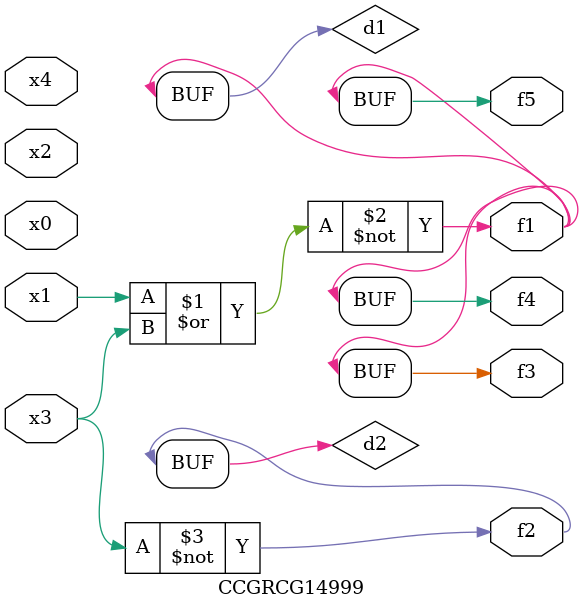
<source format=v>
module CCGRCG14999(
	input x0, x1, x2, x3, x4,
	output f1, f2, f3, f4, f5
);

	wire d1, d2;

	nor (d1, x1, x3);
	not (d2, x3);
	assign f1 = d1;
	assign f2 = d2;
	assign f3 = d1;
	assign f4 = d1;
	assign f5 = d1;
endmodule

</source>
